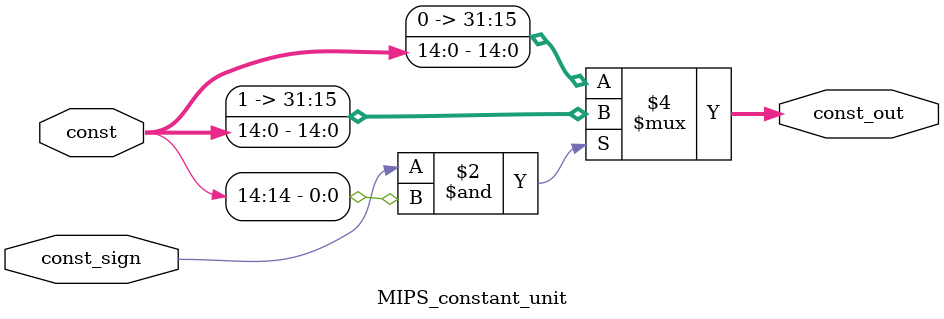
<source format=v>
`timescale 1ns / 1ps


module MIPS_constant_unit(
    input const_sign,
    input [14:0] const,
    output reg [31:0] const_out
    );
    
    always @ (*) begin
        if (const_sign & const[14])
            const_out = {{17{1'b1}}, const};
        else
            const_out = {17'b0, const};
        end
    
endmodule

</source>
